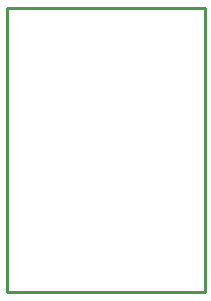
<source format=gbs>
G04*
G04 #@! TF.GenerationSoftware,Altium Limited,Altium Designer,22.10.1 (41)*
G04*
G04 Layer_Color=16711935*
%FSLAX25Y25*%
%MOIN*%
G70*
G04*
G04 #@! TF.SameCoordinates,077065BD-E97D-4B40-AF25-1AFBA95EC0C4*
G04*
G04*
G04 #@! TF.FilePolarity,Negative*
G04*
G01*
G75*
%ADD15C,0.01000*%
D15*
X-33071Y-56693D02*
Y37971D01*
Y-56693D02*
X33071D01*
Y37971D01*
X-33071D02*
X33071D01*
M02*

</source>
